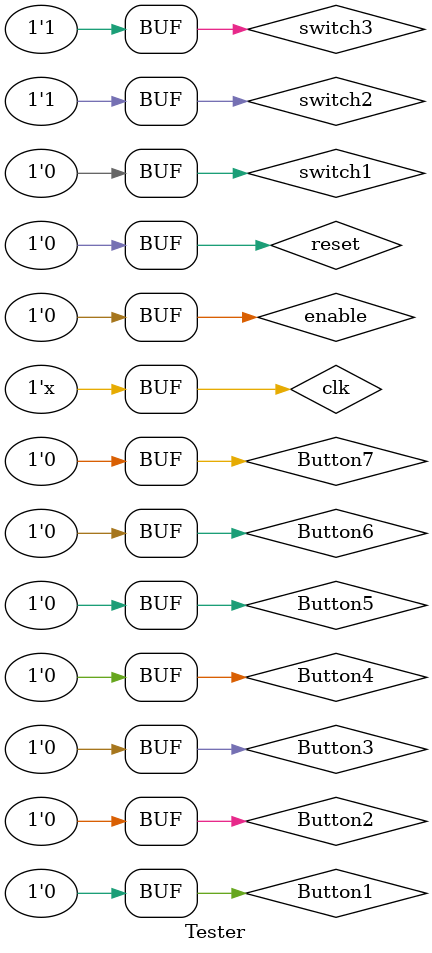
<source format=v>
`timescale 1ns / 1ps


module Tester;

	// Inputs
	reg clk;
	reg enable;
	reg reset;
	reg switch1;
	reg switch2;
	reg switch3;
	reg Button1;
	reg Button2;
	reg Button3;
	reg Button4;
	reg Button5;
	reg Button6;
	reg Button7;
	

	// Outputs
	wire [1:0] test_out;
	wire [7:0] sevenseg;
	wire [1:0] Level;
	wire [3:0] reloj;

	// Instantiate the Unit Under Test (UUT)
	Interface uut (
		.exit(exit),
		.clk(clk), 
		.enable(enable), 
		.reset(reset), 
		.switch1(switch1), 
		.switch2(switch2), 
		.switch3(switch3), 
		.Button1(Button1), 
		.Button2(Button2), 
		.Button3(Button3), 
		.Button4(Button4), 
		.Button5(Button5), 
		.Button6(Button6), 
		.Button7(Button7), 
		.test_out(test_out),
		.sevenseg(sevenseg),
		.Level(Level),
		.reloj(reloj)
	);
	
	//always 
		always #1clk = ~clk;  // 100 MHz
	initial begin
	
		// Initialize Inputs
		clk = 0;
		enable = 0;
		reset = 0;
		switch1 = 0;
		switch2 = 0;
		switch3 = 0;
		Button1 = 0;
		Button2 = 0;
		Button3 = 0;
		Button4 = 0;
		Button5 = 0;
		Button6 = 0;
		Button7 = 0;
		//test_out = 0;

		#2
		reset = 1;
		#3
		reset = 0;
		
		#10;
		switch1 = 0;
		Button5 = 1;
		switch2 = 1;
		switch3 = 1;
		#3
		Button5 = 0;
	
	end 
      
endmodule


</source>
